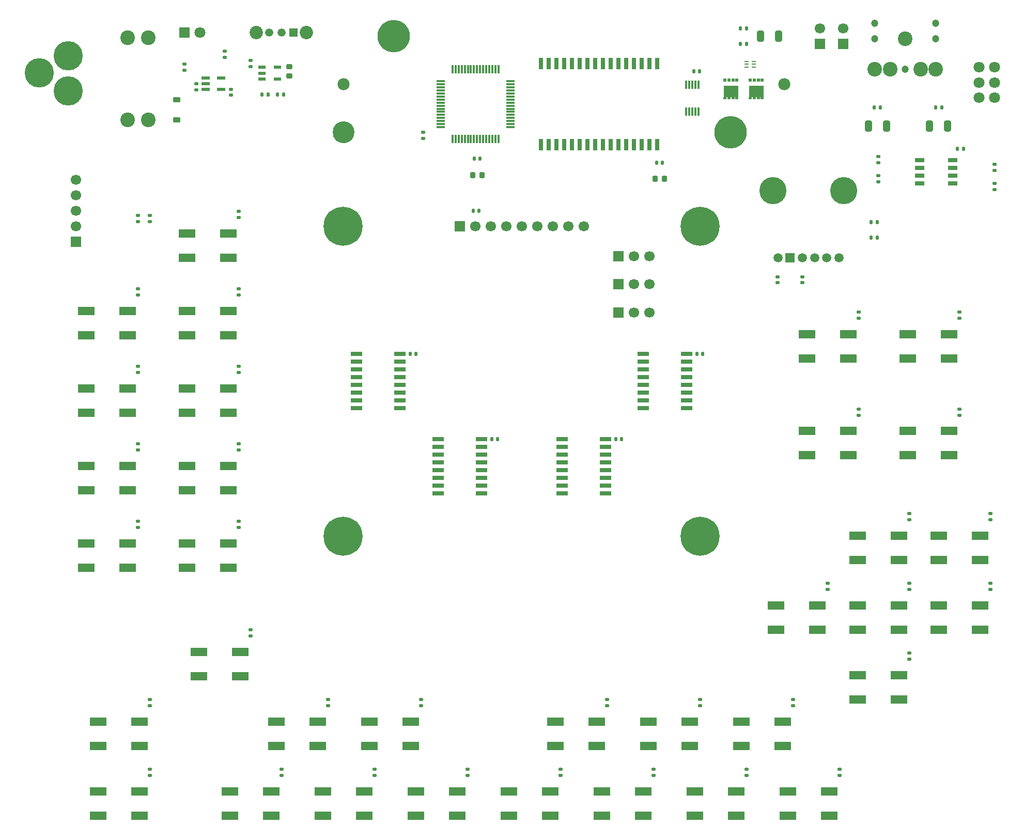
<source format=gbr>
%TF.GenerationSoftware,KiCad,Pcbnew,9.0.1*%
%TF.CreationDate,2025-04-16T19:20:36-05:00*%
%TF.ProjectId,mt,6d742e6b-6963-4616-945f-706362585858,rev?*%
%TF.SameCoordinates,Original*%
%TF.FileFunction,Soldermask,Top*%
%TF.FilePolarity,Negative*%
%FSLAX46Y46*%
G04 Gerber Fmt 4.6, Leading zero omitted, Abs format (unit mm)*
G04 Created by KiCad (PCBNEW 9.0.1) date 2025-04-16 19:20:36*
%MOMM*%
%LPD*%
G01*
G04 APERTURE LIST*
G04 Aperture macros list*
%AMRoundRect*
0 Rectangle with rounded corners*
0 $1 Rounding radius*
0 $2 $3 $4 $5 $6 $7 $8 $9 X,Y pos of 4 corners*
0 Add a 4 corners polygon primitive as box body*
4,1,4,$2,$3,$4,$5,$6,$7,$8,$9,$2,$3,0*
0 Add four circle primitives for the rounded corners*
1,1,$1+$1,$2,$3*
1,1,$1+$1,$4,$5*
1,1,$1+$1,$6,$7*
1,1,$1+$1,$8,$9*
0 Add four rect primitives between the rounded corners*
20,1,$1+$1,$2,$3,$4,$5,0*
20,1,$1+$1,$4,$5,$6,$7,0*
20,1,$1+$1,$6,$7,$8,$9,0*
20,1,$1+$1,$8,$9,$2,$3,0*%
G04 Aperture macros list end*
%ADD10RoundRect,0.135000X-0.185000X0.135000X-0.185000X-0.135000X0.185000X-0.135000X0.185000X0.135000X0*%
%ADD11RoundRect,0.135000X0.185000X-0.135000X0.185000X0.135000X-0.185000X0.135000X-0.185000X-0.135000X0*%
%ADD12RoundRect,0.135000X-0.135000X-0.185000X0.135000X-0.185000X0.135000X0.185000X-0.135000X0.185000X0*%
%ADD13R,1.337000X1.337000*%
%ADD14C,1.337000*%
%ADD15C,2.190000*%
%ADD16RoundRect,0.140000X-0.140000X-0.170000X0.140000X-0.170000X0.140000X0.170000X-0.140000X0.170000X0*%
%ADD17R,0.800000X0.250000*%
%ADD18R,0.700000X0.250000*%
%ADD19RoundRect,0.140000X0.170000X-0.140000X0.170000X0.140000X-0.170000X0.140000X-0.170000X-0.140000X0*%
%ADD20RoundRect,0.250000X-0.325000X-0.650000X0.325000X-0.650000X0.325000X0.650000X-0.325000X0.650000X0*%
%ADD21RoundRect,0.140000X-0.170000X0.140000X-0.170000X-0.140000X0.170000X-0.140000X0.170000X0.140000X0*%
%ADD22R,2.750000X1.400000*%
%ADD23RoundRect,0.225000X-0.225000X-0.250000X0.225000X-0.250000X0.225000X0.250000X-0.225000X0.250000X0*%
%ADD24C,2.400000*%
%ADD25R,1.700000X1.700000*%
%ADD26C,1.700000*%
%ADD27RoundRect,0.250000X0.325000X0.650000X-0.325000X0.650000X-0.325000X-0.650000X0.325000X-0.650000X0*%
%ADD28RoundRect,0.225000X0.375000X-0.225000X0.375000X0.225000X-0.375000X0.225000X-0.375000X-0.225000X0*%
%ADD29R,1.528000X0.650000*%
%ADD30RoundRect,0.135000X0.135000X0.185000X-0.135000X0.185000X-0.135000X-0.185000X0.135000X-0.185000X0*%
%ADD31R,0.500000X0.630000*%
%ADD32R,0.500000X0.410000*%
%ADD33R,2.450000X1.900000*%
%ADD34R,1.500000X1.500000*%
%ADD35C,1.500000*%
%ADD36C,4.455000*%
%ADD37C,0.800000*%
%ADD38C,6.400000*%
%ADD39R,0.300000X1.475000*%
%ADD40R,1.475000X0.300000*%
%ADD41C,1.200000*%
%ADD42R,1.825000X0.700000*%
%ADD43C,1.800000*%
%ADD44C,4.800000*%
%ADD45R,1.200000X0.600000*%
%ADD46R,0.700000X1.850000*%
%ADD47R,0.300000X1.400000*%
%ADD48R,1.800000X1.800000*%
%ADD49R,1.400000X0.600000*%
%ADD50RoundRect,0.225000X-0.250000X0.225000X-0.250000X-0.225000X0.250000X-0.225000X0.250000X0.225000X0*%
%ADD51C,1.980000*%
%ADD52C,5.325000*%
%ADD53C,3.585000*%
G04 APERTURE END LIST*
D10*
%TO.C,R16*%
X68580000Y-63625000D03*
X68580000Y-64645000D03*
%TD*%
D11*
%TO.C,R2*%
X82804000Y-25656000D03*
X82804000Y-24636000D03*
%TD*%
D12*
%TO.C,R14*%
X189228000Y-33909000D03*
X190248000Y-33909000D03*
%TD*%
D13*
%TO.C,S1*%
X94054000Y-21590000D03*
D14*
X92054000Y-21590000D03*
X90054000Y-21590000D03*
D15*
X96154000Y-21590000D03*
X87954000Y-21590000D03*
%TD*%
D16*
%TO.C,C20*%
X123500000Y-50800000D03*
X124460000Y-50800000D03*
%TD*%
%TO.C,C11*%
X202875000Y-40640000D03*
X203835000Y-40640000D03*
%TD*%
D10*
%TO.C,R17*%
X85090000Y-63625000D03*
X85090000Y-64645000D03*
%TD*%
%TO.C,R36*%
X168275000Y-142365000D03*
X168275000Y-143385000D03*
%TD*%
D12*
%TO.C,R7*%
X188720000Y-52705000D03*
X189740000Y-52705000D03*
%TD*%
D10*
%TO.C,R26*%
X86995000Y-119505000D03*
X86995000Y-120525000D03*
%TD*%
%TO.C,R39*%
X208280000Y-100455000D03*
X208280000Y-101475000D03*
%TD*%
%TO.C,R19*%
X85090000Y-76325000D03*
X85090000Y-77345000D03*
%TD*%
D17*
%TO.C,IC2*%
X168325000Y-26305000D03*
D18*
X168275000Y-26805000D03*
X168275000Y-27305000D03*
X169475000Y-27305000D03*
X169475000Y-26805000D03*
X169475000Y-26305000D03*
%TD*%
D12*
%TO.C,R3*%
X167255000Y-23495000D03*
X168275000Y-23495000D03*
%TD*%
D19*
%TO.C,C4*%
X86995000Y-27150000D03*
X86995000Y-26190000D03*
%TD*%
D20*
%TO.C,C3*%
X170610000Y-22225000D03*
X173560000Y-22225000D03*
%TD*%
D21*
%TO.C,C2*%
X83820000Y-30889000D03*
X83820000Y-31849000D03*
%TD*%
D10*
%TO.C,R21*%
X85090000Y-89025000D03*
X85090000Y-90045000D03*
%TD*%
D22*
%TO.C,S3*%
X76635000Y-67215000D03*
X83385000Y-67215000D03*
X76635000Y-71215000D03*
X83385000Y-71215000D03*
%TD*%
%TO.C,S5*%
X76635000Y-79915000D03*
X83385000Y-79915000D03*
X76635000Y-83915000D03*
X83385000Y-83915000D03*
%TD*%
D10*
%TO.C,R38*%
X183515000Y-142365000D03*
X183515000Y-143385000D03*
%TD*%
D22*
%TO.C,S20*%
X144580000Y-145955000D03*
X151330000Y-145955000D03*
X144580000Y-149955000D03*
X151330000Y-149955000D03*
%TD*%
D10*
%TO.C,R24*%
X70485000Y-130935000D03*
X70485000Y-131955000D03*
%TD*%
%TO.C,R34*%
X153035000Y-142365000D03*
X153035000Y-143385000D03*
%TD*%
D23*
%TO.C,C15*%
X123387091Y-44958000D03*
X124937091Y-44958000D03*
%TD*%
D24*
%TO.C,J2*%
X70280000Y-22475000D03*
X70280000Y-35945000D03*
X66880000Y-22475000D03*
X66880000Y-35945000D03*
%TD*%
D10*
%TO.C,R32*%
X137795000Y-142365000D03*
X137795000Y-143385000D03*
%TD*%
D16*
%TO.C,C22*%
X113185000Y-74295000D03*
X114145000Y-74295000D03*
%TD*%
%TO.C,C23*%
X126520000Y-88265000D03*
X127480000Y-88265000D03*
%TD*%
D10*
%TO.C,R29*%
X107315000Y-142365000D03*
X107315000Y-143385000D03*
%TD*%
D21*
%TO.C,C9*%
X173402000Y-61615000D03*
X173402000Y-62575000D03*
%TD*%
D22*
%TO.C,S14*%
X91240000Y-134525000D03*
X97990000Y-134525000D03*
X91240000Y-138525000D03*
X97990000Y-138525000D03*
%TD*%
D10*
%TO.C,R49*%
X194945000Y-111885000D03*
X194945000Y-112905000D03*
%TD*%
D25*
%TO.C,J5*%
X121285000Y-53340000D03*
D26*
X123825000Y-53340000D03*
X126365000Y-53340000D03*
X128905000Y-53340000D03*
X131445000Y-53340000D03*
X133985000Y-53340000D03*
X136525000Y-53340000D03*
X139065000Y-53340000D03*
X141605000Y-53340000D03*
%TD*%
D16*
%TO.C,C25*%
X160175000Y-74295000D03*
X161135000Y-74295000D03*
%TD*%
D25*
%TO.C,J7*%
X147320000Y-62865000D03*
D26*
X149860000Y-62865000D03*
X152400000Y-62865000D03*
%TD*%
D10*
%TO.C,R18*%
X68580000Y-76325000D03*
X68580000Y-77345000D03*
%TD*%
D21*
%TO.C,C14*%
X70485000Y-51590000D03*
X70485000Y-52550000D03*
%TD*%
D10*
%TO.C,R25*%
X70485000Y-142365000D03*
X70485000Y-143385000D03*
%TD*%
D27*
%TO.C,C13*%
X201246000Y-36957000D03*
X198296000Y-36957000D03*
%TD*%
D28*
%TO.C,D2*%
X74930000Y-35940000D03*
X74930000Y-32640000D03*
%TD*%
D25*
%TO.C,J6*%
X147320000Y-67455000D03*
D26*
X149860000Y-67455000D03*
X152400000Y-67455000D03*
%TD*%
D29*
%TO.C,IC4*%
X196679000Y-42545000D03*
X196679000Y-43815000D03*
X196679000Y-45085000D03*
X196679000Y-46355000D03*
X202101000Y-46355000D03*
X202101000Y-45085000D03*
X202101000Y-43815000D03*
X202101000Y-42545000D03*
%TD*%
D30*
%TO.C,R5*%
X89899000Y-31750000D03*
X88879000Y-31750000D03*
%TD*%
D31*
%TO.C,Q2*%
X170860000Y-29405000D03*
X170210000Y-29405000D03*
X169560000Y-29405000D03*
X168910000Y-29405000D03*
D32*
X168910000Y-32385000D03*
X169560000Y-32385000D03*
X170210000Y-32385000D03*
X170860000Y-32385000D03*
D33*
X169885000Y-31230000D03*
%TD*%
D23*
%TO.C,C18*%
X153268091Y-45575454D03*
X154818091Y-45575454D03*
%TD*%
D34*
%TO.C,VR2*%
X175435000Y-58490000D03*
D35*
X173435000Y-58490000D03*
X183435000Y-58490000D03*
X177435000Y-58490000D03*
X179435000Y-58490000D03*
X181435000Y-58490000D03*
D36*
X172635000Y-47490000D03*
X184235000Y-47490000D03*
%TD*%
D37*
%TO.C,H1*%
X99795000Y-53340000D03*
X100497944Y-51642944D03*
X100497944Y-55037056D03*
X102195000Y-50940000D03*
D38*
X102195000Y-53340000D03*
D37*
X102195000Y-55740000D03*
X103892056Y-51642944D03*
X103892056Y-55037056D03*
X104595000Y-53340000D03*
%TD*%
D10*
%TO.C,R45*%
X203200000Y-67435000D03*
X203200000Y-68455000D03*
%TD*%
%TO.C,R42*%
X181610000Y-111885000D03*
X181610000Y-112905000D03*
%TD*%
D39*
%TO.C,IC5*%
X127622091Y-27601454D03*
X127122091Y-27601454D03*
X126622091Y-27601454D03*
X126122091Y-27601454D03*
X125622091Y-27601454D03*
X125122091Y-27601454D03*
X124622091Y-27601454D03*
X124122091Y-27601454D03*
X123622091Y-27601454D03*
X123122091Y-27601454D03*
X122622091Y-27601454D03*
X122122091Y-27601454D03*
X121622091Y-27601454D03*
X121122091Y-27601454D03*
X120622091Y-27601454D03*
X120122091Y-27601454D03*
D40*
X118134091Y-29589454D03*
X118134091Y-30089454D03*
X118134091Y-30589454D03*
X118134091Y-31089454D03*
X118134091Y-31589454D03*
X118134091Y-32089454D03*
X118134091Y-32589454D03*
X118134091Y-33089454D03*
X118134091Y-33589454D03*
X118134091Y-34089454D03*
X118134091Y-34589454D03*
X118134091Y-35089454D03*
X118134091Y-35589454D03*
X118134091Y-36089454D03*
X118134091Y-36589454D03*
X118134091Y-37089454D03*
D39*
X120122091Y-39077454D03*
X120622091Y-39077454D03*
X121122091Y-39077454D03*
X121622091Y-39077454D03*
X122122091Y-39077454D03*
X122622091Y-39077454D03*
X123122091Y-39077454D03*
X123622091Y-39077454D03*
X124122091Y-39077454D03*
X124622091Y-39077454D03*
X125122091Y-39077454D03*
X125622091Y-39077454D03*
X126122091Y-39077454D03*
X126622091Y-39077454D03*
X127122091Y-39077454D03*
X127622091Y-39077454D03*
D40*
X129610091Y-37089454D03*
X129610091Y-36589454D03*
X129610091Y-36089454D03*
X129610091Y-35589454D03*
X129610091Y-35089454D03*
X129610091Y-34589454D03*
X129610091Y-34089454D03*
X129610091Y-33589454D03*
X129610091Y-33089454D03*
X129610091Y-32589454D03*
X129610091Y-32089454D03*
X129610091Y-31589454D03*
X129610091Y-31089454D03*
X129610091Y-30589454D03*
X129610091Y-30089454D03*
X129610091Y-29589454D03*
%TD*%
D22*
%TO.C,S30*%
X178235000Y-71025000D03*
X184985000Y-71025000D03*
X178235000Y-75025000D03*
X184985000Y-75025000D03*
%TD*%
D11*
%TO.C,R15*%
X68580000Y-52580000D03*
X68580000Y-51560000D03*
%TD*%
D10*
%TO.C,R31*%
X122555000Y-142365000D03*
X122555000Y-143385000D03*
%TD*%
%TO.C,R11*%
X189865000Y-45085000D03*
X189865000Y-46105000D03*
%TD*%
D22*
%TO.C,S6*%
X60125000Y-92615000D03*
X66875000Y-92615000D03*
X60125000Y-96615000D03*
X66875000Y-96615000D03*
%TD*%
D41*
%TO.C,J3*%
X199310000Y-20095000D03*
X189310000Y-20095000D03*
X199310000Y-22595000D03*
X189310000Y-22595000D03*
X194310000Y-27595000D03*
D24*
X194310000Y-22595000D03*
X189310000Y-27595000D03*
X199310000Y-27595000D03*
X191810000Y-27595000D03*
X196810000Y-27595000D03*
%TD*%
D25*
%TO.C,J8*%
X147320000Y-58275000D03*
D26*
X149860000Y-58275000D03*
X152400000Y-58275000D03*
%TD*%
D10*
%TO.C,R30*%
X114935000Y-130935000D03*
X114935000Y-131955000D03*
%TD*%
D42*
%TO.C,IC11*%
X151378000Y-74295000D03*
X151378000Y-75565000D03*
X151378000Y-76835000D03*
X151378000Y-78105000D03*
X151378000Y-79375000D03*
X151378000Y-80645000D03*
X151378000Y-81915000D03*
X151378000Y-83185000D03*
X158502000Y-83185000D03*
X158502000Y-81915000D03*
X158502000Y-80645000D03*
X158502000Y-79375000D03*
X158502000Y-78105000D03*
X158502000Y-76835000D03*
X158502000Y-75565000D03*
X158502000Y-74295000D03*
%TD*%
D10*
%TO.C,R37*%
X175895000Y-130935000D03*
X175895000Y-131955000D03*
%TD*%
%TO.C,R41*%
X194945000Y-123315000D03*
X194945000Y-124335000D03*
%TD*%
%TO.C,R1*%
X76200000Y-26795000D03*
X76200000Y-27815000D03*
%TD*%
D12*
%TO.C,R13*%
X199261000Y-33909000D03*
X200281000Y-33909000D03*
%TD*%
D10*
%TO.C,R27*%
X92075000Y-142365000D03*
X92075000Y-143385000D03*
%TD*%
D43*
%TO.C,VR1*%
X206415000Y-32305000D03*
X206415000Y-29805000D03*
X206415000Y-27305000D03*
X208915000Y-32305000D03*
X208915000Y-29805000D03*
X208915000Y-27305000D03*
%TD*%
D22*
%TO.C,S23*%
X167440000Y-134525000D03*
X174190000Y-134525000D03*
X167440000Y-138525000D03*
X174190000Y-138525000D03*
%TD*%
D10*
%TO.C,R28*%
X99695000Y-130935000D03*
X99695000Y-131955000D03*
%TD*%
D37*
%TO.C,H3*%
X99795000Y-104140000D03*
X100497944Y-102442944D03*
X100497944Y-105837056D03*
X102195000Y-101740000D03*
D38*
X102195000Y-104140000D03*
D37*
X102195000Y-106540000D03*
X103892056Y-102442944D03*
X103892056Y-105837056D03*
X104595000Y-104140000D03*
%TD*%
D22*
%TO.C,S34*%
X76635000Y-54515000D03*
X83385000Y-54515000D03*
X76635000Y-58515000D03*
X83385000Y-58515000D03*
%TD*%
%TO.C,S29*%
X199825000Y-115475000D03*
X206575000Y-115475000D03*
X199825000Y-119475000D03*
X206575000Y-119475000D03*
%TD*%
%TO.C,S22*%
X159820000Y-145955000D03*
X166570000Y-145955000D03*
X159820000Y-149955000D03*
X166570000Y-149955000D03*
%TD*%
D37*
%TO.C,H2*%
X158295000Y-53340000D03*
X158997944Y-51642944D03*
X158997944Y-55037056D03*
X160695000Y-50940000D03*
D38*
X160695000Y-53340000D03*
D37*
X160695000Y-55740000D03*
X162392056Y-51642944D03*
X162392056Y-55037056D03*
X163095000Y-53340000D03*
%TD*%
D10*
%TO.C,R48*%
X85090000Y-50925000D03*
X85090000Y-51945000D03*
%TD*%
D25*
%TO.C,J10*%
X180340000Y-23495000D03*
D26*
X180340000Y-20955000D03*
%TD*%
D42*
%TO.C,IC9*%
X117723000Y-88265000D03*
X117723000Y-89535000D03*
X117723000Y-90805000D03*
X117723000Y-92075000D03*
X117723000Y-93345000D03*
X117723000Y-94615000D03*
X117723000Y-95885000D03*
X117723000Y-97155000D03*
X124847000Y-97155000D03*
X124847000Y-95885000D03*
X124847000Y-94615000D03*
X124847000Y-93345000D03*
X124847000Y-92075000D03*
X124847000Y-90805000D03*
X124847000Y-89535000D03*
X124847000Y-88265000D03*
%TD*%
D16*
%TO.C,C19*%
X153527091Y-42922454D03*
X154487091Y-42922454D03*
%TD*%
D10*
%TO.C,R47*%
X203200000Y-83310000D03*
X203200000Y-84330000D03*
%TD*%
D11*
%TO.C,R12*%
X208915000Y-47375000D03*
X208915000Y-46355000D03*
%TD*%
D22*
%TO.C,S24*%
X175060000Y-145955000D03*
X181810000Y-145955000D03*
X175060000Y-149955000D03*
X181810000Y-149955000D03*
%TD*%
%TO.C,S16*%
X106480000Y-134525000D03*
X113230000Y-134525000D03*
X106480000Y-138525000D03*
X113230000Y-138525000D03*
%TD*%
%TO.C,S32*%
X178235000Y-86900000D03*
X184985000Y-86900000D03*
X178235000Y-90900000D03*
X184985000Y-90900000D03*
%TD*%
D19*
%TO.C,C1*%
X78105000Y-30960000D03*
X78105000Y-30000000D03*
%TD*%
D22*
%TO.C,S21*%
X152200000Y-134525000D03*
X158950000Y-134525000D03*
X152200000Y-138525000D03*
X158950000Y-138525000D03*
%TD*%
D16*
%TO.C,C21*%
X159667000Y-27940000D03*
X160627000Y-27940000D03*
%TD*%
%TO.C,C16*%
X123682091Y-42252454D03*
X124642091Y-42252454D03*
%TD*%
D22*
%TO.C,S9*%
X76635000Y-105315000D03*
X83385000Y-105315000D03*
X76635000Y-109315000D03*
X83385000Y-109315000D03*
%TD*%
%TO.C,S25*%
X199825000Y-104045000D03*
X206575000Y-104045000D03*
X199825000Y-108045000D03*
X206575000Y-108045000D03*
%TD*%
%TO.C,S13*%
X83620000Y-145955000D03*
X90370000Y-145955000D03*
X83620000Y-149955000D03*
X90370000Y-149955000D03*
%TD*%
D10*
%TO.C,R23*%
X85090000Y-101725000D03*
X85090000Y-102745000D03*
%TD*%
D22*
%TO.C,S17*%
X114100000Y-145955000D03*
X120850000Y-145955000D03*
X114100000Y-149955000D03*
X120850000Y-149955000D03*
%TD*%
D12*
%TO.C,R8*%
X188720000Y-55245000D03*
X189740000Y-55245000D03*
%TD*%
D22*
%TO.C,S8*%
X60125000Y-105315000D03*
X66875000Y-105315000D03*
X60125000Y-109315000D03*
X66875000Y-109315000D03*
%TD*%
D10*
%TO.C,R40*%
X194945000Y-100455000D03*
X194945000Y-101475000D03*
%TD*%
%TO.C,R20*%
X68580000Y-89025000D03*
X68580000Y-90045000D03*
%TD*%
%TO.C,R35*%
X160655000Y-130935000D03*
X160655000Y-131955000D03*
%TD*%
D44*
%TO.C,J1*%
X57150000Y-31200000D03*
X57150000Y-25400000D03*
X52350000Y-28200000D03*
%TD*%
D22*
%TO.C,S27*%
X186490000Y-126905000D03*
X193240000Y-126905000D03*
X186490000Y-130905000D03*
X193240000Y-130905000D03*
%TD*%
D21*
%TO.C,C17*%
X115272091Y-37962454D03*
X115272091Y-38922454D03*
%TD*%
D22*
%TO.C,S31*%
X194745000Y-71025000D03*
X201495000Y-71025000D03*
X194745000Y-75025000D03*
X201495000Y-75025000D03*
%TD*%
D45*
%TO.C,IC3*%
X88900000Y-27310000D03*
X88900000Y-28260000D03*
X88900000Y-29210000D03*
X91400000Y-29210000D03*
X91400000Y-27310000D03*
%TD*%
D12*
%TO.C,R6*%
X91419000Y-31750000D03*
X92439000Y-31750000D03*
%TD*%
D11*
%TO.C,R10*%
X208915000Y-44200000D03*
X208915000Y-43180000D03*
%TD*%
D31*
%TO.C,Q1*%
X166710000Y-29405000D03*
X166060000Y-29405000D03*
X165410000Y-29405000D03*
X164760000Y-29405000D03*
D32*
X164760000Y-32385000D03*
X165410000Y-32385000D03*
X166060000Y-32385000D03*
X166710000Y-32385000D03*
D33*
X165735000Y-31230000D03*
%TD*%
D42*
%TO.C,IC8*%
X104388000Y-74295000D03*
X104388000Y-75565000D03*
X104388000Y-76835000D03*
X104388000Y-78105000D03*
X104388000Y-79375000D03*
X104388000Y-80645000D03*
X104388000Y-81915000D03*
X104388000Y-83185000D03*
X111512000Y-83185000D03*
X111512000Y-81915000D03*
X111512000Y-80645000D03*
X111512000Y-79375000D03*
X111512000Y-78105000D03*
X111512000Y-76835000D03*
X111512000Y-75565000D03*
X111512000Y-74295000D03*
%TD*%
D37*
%TO.C,H4*%
X158295000Y-104140000D03*
X158997944Y-102442944D03*
X158997944Y-105837056D03*
X160695000Y-101740000D03*
D38*
X160695000Y-104140000D03*
D37*
X160695000Y-106540000D03*
X162392056Y-102442944D03*
X162392056Y-105837056D03*
X163095000Y-104140000D03*
%TD*%
D10*
%TO.C,R46*%
X186690000Y-83310000D03*
X186690000Y-84330000D03*
%TD*%
D22*
%TO.C,S12*%
X78540000Y-123095000D03*
X85290000Y-123095000D03*
X78540000Y-127095000D03*
X85290000Y-127095000D03*
%TD*%
D21*
%TO.C,C10*%
X177466000Y-61615000D03*
X177466000Y-62575000D03*
%TD*%
D22*
%TO.C,S18*%
X129340000Y-145955000D03*
X136090000Y-145955000D03*
X129340000Y-149955000D03*
X136090000Y-149955000D03*
%TD*%
%TO.C,S11*%
X62030000Y-145955000D03*
X68780000Y-145955000D03*
X62030000Y-149955000D03*
X68780000Y-149955000D03*
%TD*%
%TO.C,S7*%
X76635000Y-92615000D03*
X83385000Y-92615000D03*
X76635000Y-96615000D03*
X83385000Y-96615000D03*
%TD*%
%TO.C,S28*%
X173155000Y-115475000D03*
X179905000Y-115475000D03*
X173155000Y-119475000D03*
X179905000Y-119475000D03*
%TD*%
%TO.C,S15*%
X98860000Y-145955000D03*
X105610000Y-145955000D03*
X98860000Y-149955000D03*
X105610000Y-149955000D03*
%TD*%
D46*
%TO.C,IC6*%
X153662091Y-26687454D03*
X152392091Y-26687454D03*
X151122091Y-26687454D03*
X149852091Y-26687454D03*
X148582091Y-26687454D03*
X147312091Y-26687454D03*
X146042091Y-26687454D03*
X144772091Y-26687454D03*
X143502091Y-26687454D03*
X142232091Y-26687454D03*
X140962091Y-26687454D03*
X139692091Y-26687454D03*
X138422091Y-26687454D03*
X137152091Y-26687454D03*
X135882091Y-26687454D03*
X134612091Y-26687454D03*
X134612091Y-39987454D03*
X135882091Y-39987454D03*
X137152091Y-39987454D03*
X138422091Y-39987454D03*
X139692091Y-39987454D03*
X140962091Y-39987454D03*
X142232091Y-39987454D03*
X143502091Y-39987454D03*
X144772091Y-39987454D03*
X146042091Y-39987454D03*
X147312091Y-39987454D03*
X148582091Y-39987454D03*
X149852091Y-39987454D03*
X151122091Y-39987454D03*
X152392091Y-39987454D03*
X153662091Y-39987454D03*
%TD*%
D22*
%TO.C,S33*%
X194745000Y-86900000D03*
X201495000Y-86900000D03*
X194745000Y-90900000D03*
X201495000Y-90900000D03*
%TD*%
%TO.C,S35*%
X186490000Y-115475000D03*
X193240000Y-115475000D03*
X186490000Y-119475000D03*
X193240000Y-119475000D03*
%TD*%
%TO.C,S2*%
X60125000Y-67215000D03*
X66875000Y-67215000D03*
X60125000Y-71215000D03*
X66875000Y-71215000D03*
%TD*%
%TO.C,S19*%
X136960000Y-134525000D03*
X143710000Y-134525000D03*
X136960000Y-138525000D03*
X143710000Y-138525000D03*
%TD*%
%TO.C,S26*%
X186490000Y-104045000D03*
X193240000Y-104045000D03*
X186490000Y-108045000D03*
X193240000Y-108045000D03*
%TD*%
D12*
%TO.C,R4*%
X167255000Y-20955000D03*
X168275000Y-20955000D03*
%TD*%
D47*
%TO.C,IC7*%
X158385000Y-34585000D03*
X158885000Y-34585000D03*
X159385000Y-34585000D03*
X159885000Y-34585000D03*
X160385000Y-34585000D03*
X160385000Y-30185000D03*
X159885000Y-30185000D03*
X159385000Y-30185000D03*
X158885000Y-30185000D03*
X158385000Y-30185000D03*
%TD*%
D10*
%TO.C,R44*%
X186690000Y-67435000D03*
X186690000Y-68455000D03*
%TD*%
%TO.C,R43*%
X208280000Y-111885000D03*
X208280000Y-112905000D03*
%TD*%
%TO.C,R33*%
X145415000Y-130935000D03*
X145415000Y-131955000D03*
%TD*%
D48*
%TO.C,D1*%
X76200000Y-21590000D03*
D43*
X78740000Y-21590000D03*
%TD*%
D42*
%TO.C,IC10*%
X138043000Y-88265000D03*
X138043000Y-89535000D03*
X138043000Y-90805000D03*
X138043000Y-92075000D03*
X138043000Y-93345000D03*
X138043000Y-94615000D03*
X138043000Y-95885000D03*
X138043000Y-97155000D03*
X145167000Y-97155000D03*
X145167000Y-95885000D03*
X145167000Y-94615000D03*
X145167000Y-93345000D03*
X145167000Y-92075000D03*
X145167000Y-90805000D03*
X145167000Y-89535000D03*
X145167000Y-88265000D03*
%TD*%
D10*
%TO.C,R9*%
X189865000Y-41910000D03*
X189865000Y-42930000D03*
%TD*%
D49*
%TO.C,IC1*%
X79649000Y-29022000D03*
X79649000Y-29972000D03*
X79649000Y-30922000D03*
X82149000Y-30922000D03*
X82149000Y-29022000D03*
%TD*%
D16*
%TO.C,C24*%
X146840000Y-88265000D03*
X147800000Y-88265000D03*
%TD*%
D50*
%TO.C,C5*%
X93345000Y-27165000D03*
X93345000Y-28715000D03*
%TD*%
D27*
%TO.C,C12*%
X191213000Y-36957000D03*
X188263000Y-36957000D03*
%TD*%
D25*
%TO.C,J9*%
X184150000Y-23495000D03*
D26*
X184150000Y-20955000D03*
%TD*%
D22*
%TO.C,S4*%
X60125000Y-79915000D03*
X66875000Y-79915000D03*
X60125000Y-83915000D03*
X66875000Y-83915000D03*
%TD*%
%TO.C,S10*%
X62030000Y-134525000D03*
X68780000Y-134525000D03*
X62030000Y-138525000D03*
X68780000Y-138525000D03*
%TD*%
D10*
%TO.C,R22*%
X68580000Y-101725000D03*
X68580000Y-102745000D03*
%TD*%
D25*
%TO.C,J4*%
X58420000Y-55880000D03*
D26*
X58420000Y-53340000D03*
X58420000Y-50800000D03*
X58420000Y-48260000D03*
X58420000Y-45720000D03*
%TD*%
D51*
%TO.C,U1*%
X102290000Y-30095000D03*
X174510000Y-30095000D03*
D52*
X165690000Y-37965000D03*
D53*
X102290000Y-37965000D03*
D52*
X110490000Y-22225000D03*
%TD*%
M02*

</source>
